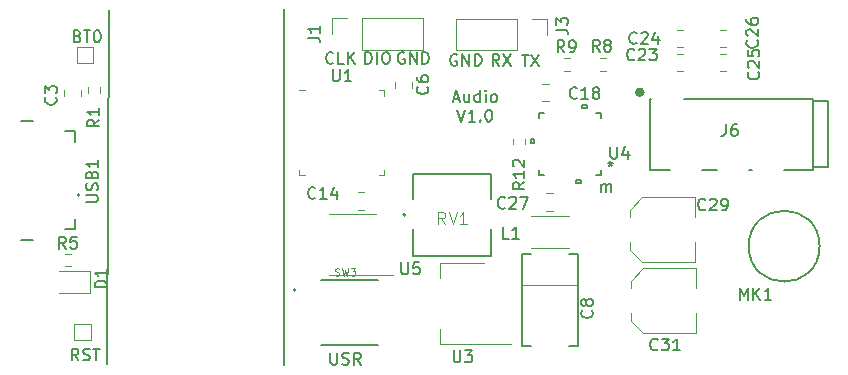
<source format=gbr>
%TF.GenerationSoftware,KiCad,Pcbnew,(5.1.9)-1*%
%TF.CreationDate,2021-04-11T16:36:30+08:00*%
%TF.ProjectId,st_usbAudioV1_demo,73745f75-7362-4417-9564-696f56315f64,rev?*%
%TF.SameCoordinates,Original*%
%TF.FileFunction,Legend,Top*%
%TF.FilePolarity,Positive*%
%FSLAX46Y46*%
G04 Gerber Fmt 4.6, Leading zero omitted, Abs format (unit mm)*
G04 Created by KiCad (PCBNEW (5.1.9)-1) date 2021-04-11 16:36:30*
%MOMM*%
%LPD*%
G01*
G04 APERTURE LIST*
%ADD10C,0.150000*%
%ADD11C,0.120000*%
%ADD12C,0.152400*%
%ADD13C,0.200000*%
%ADD14C,0.127000*%
%ADD15C,0.400000*%
%ADD16C,0.015000*%
G04 APERTURE END LIST*
D10*
X155566666Y-66491666D02*
X156042857Y-66491666D01*
X155471428Y-66777380D02*
X155804761Y-65777380D01*
X156138095Y-66777380D01*
X156900000Y-66110714D02*
X156900000Y-66777380D01*
X156471428Y-66110714D02*
X156471428Y-66634523D01*
X156519047Y-66729761D01*
X156614285Y-66777380D01*
X156757142Y-66777380D01*
X156852380Y-66729761D01*
X156900000Y-66682142D01*
X157804761Y-66777380D02*
X157804761Y-65777380D01*
X157804761Y-66729761D02*
X157709523Y-66777380D01*
X157519047Y-66777380D01*
X157423809Y-66729761D01*
X157376190Y-66682142D01*
X157328571Y-66586904D01*
X157328571Y-66301190D01*
X157376190Y-66205952D01*
X157423809Y-66158333D01*
X157519047Y-66110714D01*
X157709523Y-66110714D01*
X157804761Y-66158333D01*
X158280952Y-66777380D02*
X158280952Y-66110714D01*
X158280952Y-65777380D02*
X158233333Y-65825000D01*
X158280952Y-65872619D01*
X158328571Y-65825000D01*
X158280952Y-65777380D01*
X158280952Y-65872619D01*
X158900000Y-66777380D02*
X158804761Y-66729761D01*
X158757142Y-66682142D01*
X158709523Y-66586904D01*
X158709523Y-66301190D01*
X158757142Y-66205952D01*
X158804761Y-66158333D01*
X158900000Y-66110714D01*
X159042857Y-66110714D01*
X159138095Y-66158333D01*
X159185714Y-66205952D01*
X159233333Y-66301190D01*
X159233333Y-66586904D01*
X159185714Y-66682142D01*
X159138095Y-66729761D01*
X159042857Y-66777380D01*
X158900000Y-66777380D01*
X155876190Y-67427380D02*
X156209523Y-68427380D01*
X156542857Y-67427380D01*
X157400000Y-68427380D02*
X156828571Y-68427380D01*
X157114285Y-68427380D02*
X157114285Y-67427380D01*
X157019047Y-67570238D01*
X156923809Y-67665476D01*
X156828571Y-67713095D01*
X157828571Y-68332142D02*
X157876190Y-68379761D01*
X157828571Y-68427380D01*
X157780952Y-68379761D01*
X157828571Y-68332142D01*
X157828571Y-68427380D01*
X158495238Y-67427380D02*
X158590476Y-67427380D01*
X158685714Y-67475000D01*
X158733333Y-67522619D01*
X158780952Y-67617857D01*
X158828571Y-67808333D01*
X158828571Y-68046428D01*
X158780952Y-68236904D01*
X158733333Y-68332142D01*
X158685714Y-68379761D01*
X158590476Y-68427380D01*
X158495238Y-68427380D01*
X158400000Y-68379761D01*
X158352380Y-68332142D01*
X158304761Y-68236904D01*
X158257142Y-68046428D01*
X158257142Y-67808333D01*
X158304761Y-67617857D01*
X158352380Y-67522619D01*
X158400000Y-67475000D01*
X158495238Y-67427380D01*
X145138095Y-88002380D02*
X145138095Y-88811904D01*
X145185714Y-88907142D01*
X145233333Y-88954761D01*
X145328571Y-89002380D01*
X145519047Y-89002380D01*
X145614285Y-88954761D01*
X145661904Y-88907142D01*
X145709523Y-88811904D01*
X145709523Y-88002380D01*
X146138095Y-88954761D02*
X146280952Y-89002380D01*
X146519047Y-89002380D01*
X146614285Y-88954761D01*
X146661904Y-88907142D01*
X146709523Y-88811904D01*
X146709523Y-88716666D01*
X146661904Y-88621428D01*
X146614285Y-88573809D01*
X146519047Y-88526190D01*
X146328571Y-88478571D01*
X146233333Y-88430952D01*
X146185714Y-88383333D01*
X146138095Y-88288095D01*
X146138095Y-88192857D01*
X146185714Y-88097619D01*
X146233333Y-88050000D01*
X146328571Y-88002380D01*
X146566666Y-88002380D01*
X146709523Y-88050000D01*
X147709523Y-89002380D02*
X147376190Y-88526190D01*
X147138095Y-89002380D02*
X147138095Y-88002380D01*
X147519047Y-88002380D01*
X147614285Y-88050000D01*
X147661904Y-88097619D01*
X147709523Y-88192857D01*
X147709523Y-88335714D01*
X147661904Y-88430952D01*
X147614285Y-88478571D01*
X147519047Y-88526190D01*
X147138095Y-88526190D01*
X161338095Y-62752380D02*
X161909523Y-62752380D01*
X161623809Y-63752380D02*
X161623809Y-62752380D01*
X162147619Y-62752380D02*
X162814285Y-63752380D01*
X162814285Y-62752380D02*
X162147619Y-63752380D01*
X159433333Y-63702380D02*
X159100000Y-63226190D01*
X158861904Y-63702380D02*
X158861904Y-62702380D01*
X159242857Y-62702380D01*
X159338095Y-62750000D01*
X159385714Y-62797619D01*
X159433333Y-62892857D01*
X159433333Y-63035714D01*
X159385714Y-63130952D01*
X159338095Y-63178571D01*
X159242857Y-63226190D01*
X158861904Y-63226190D01*
X159766666Y-62702380D02*
X160433333Y-63702380D01*
X160433333Y-62702380D02*
X159766666Y-63702380D01*
X155838095Y-62750000D02*
X155742857Y-62702380D01*
X155600000Y-62702380D01*
X155457142Y-62750000D01*
X155361904Y-62845238D01*
X155314285Y-62940476D01*
X155266666Y-63130952D01*
X155266666Y-63273809D01*
X155314285Y-63464285D01*
X155361904Y-63559523D01*
X155457142Y-63654761D01*
X155600000Y-63702380D01*
X155695238Y-63702380D01*
X155838095Y-63654761D01*
X155885714Y-63607142D01*
X155885714Y-63273809D01*
X155695238Y-63273809D01*
X156314285Y-63702380D02*
X156314285Y-62702380D01*
X156885714Y-63702380D01*
X156885714Y-62702380D01*
X157361904Y-63702380D02*
X157361904Y-62702380D01*
X157600000Y-62702380D01*
X157742857Y-62750000D01*
X157838095Y-62845238D01*
X157885714Y-62940476D01*
X157933333Y-63130952D01*
X157933333Y-63273809D01*
X157885714Y-63464285D01*
X157838095Y-63559523D01*
X157742857Y-63654761D01*
X157600000Y-63702380D01*
X157361904Y-63702380D01*
X151388095Y-62600000D02*
X151292857Y-62552380D01*
X151150000Y-62552380D01*
X151007142Y-62600000D01*
X150911904Y-62695238D01*
X150864285Y-62790476D01*
X150816666Y-62980952D01*
X150816666Y-63123809D01*
X150864285Y-63314285D01*
X150911904Y-63409523D01*
X151007142Y-63504761D01*
X151150000Y-63552380D01*
X151245238Y-63552380D01*
X151388095Y-63504761D01*
X151435714Y-63457142D01*
X151435714Y-63123809D01*
X151245238Y-63123809D01*
X151864285Y-63552380D02*
X151864285Y-62552380D01*
X152435714Y-63552380D01*
X152435714Y-62552380D01*
X152911904Y-63552380D02*
X152911904Y-62552380D01*
X153150000Y-62552380D01*
X153292857Y-62600000D01*
X153388095Y-62695238D01*
X153435714Y-62790476D01*
X153483333Y-62980952D01*
X153483333Y-63123809D01*
X153435714Y-63314285D01*
X153388095Y-63409523D01*
X153292857Y-63504761D01*
X153150000Y-63552380D01*
X152911904Y-63552380D01*
X148076190Y-63552380D02*
X148076190Y-62552380D01*
X148314285Y-62552380D01*
X148457142Y-62600000D01*
X148552380Y-62695238D01*
X148600000Y-62790476D01*
X148647619Y-62980952D01*
X148647619Y-63123809D01*
X148600000Y-63314285D01*
X148552380Y-63409523D01*
X148457142Y-63504761D01*
X148314285Y-63552380D01*
X148076190Y-63552380D01*
X149076190Y-63552380D02*
X149076190Y-62552380D01*
X149742857Y-62552380D02*
X149933333Y-62552380D01*
X150028571Y-62600000D01*
X150123809Y-62695238D01*
X150171428Y-62885714D01*
X150171428Y-63219047D01*
X150123809Y-63409523D01*
X150028571Y-63504761D01*
X149933333Y-63552380D01*
X149742857Y-63552380D01*
X149647619Y-63504761D01*
X149552380Y-63409523D01*
X149504761Y-63219047D01*
X149504761Y-62885714D01*
X149552380Y-62695238D01*
X149647619Y-62600000D01*
X149742857Y-62552380D01*
X145379761Y-63457142D02*
X145332142Y-63504761D01*
X145189285Y-63552380D01*
X145094047Y-63552380D01*
X144951190Y-63504761D01*
X144855952Y-63409523D01*
X144808333Y-63314285D01*
X144760714Y-63123809D01*
X144760714Y-62980952D01*
X144808333Y-62790476D01*
X144855952Y-62695238D01*
X144951190Y-62600000D01*
X145094047Y-62552380D01*
X145189285Y-62552380D01*
X145332142Y-62600000D01*
X145379761Y-62647619D01*
X146284523Y-63552380D02*
X145808333Y-63552380D01*
X145808333Y-62552380D01*
X146617857Y-63552380D02*
X146617857Y-62552380D01*
X147189285Y-63552380D02*
X146760714Y-62980952D01*
X147189285Y-62552380D02*
X146617857Y-63123809D01*
X141200000Y-58925000D02*
X141175000Y-89050000D01*
X126175000Y-88950000D02*
X126350000Y-59000000D01*
D11*
%TO.C,J1*%
X147830000Y-62330000D02*
X147830000Y-59670000D01*
X147830000Y-62330000D02*
X152970000Y-62330000D01*
X152970000Y-62330000D02*
X152970000Y-59670000D01*
X147830000Y-59670000D02*
X152970000Y-59670000D01*
X145230000Y-59670000D02*
X146560000Y-59670000D01*
X145230000Y-61000000D02*
X145230000Y-59670000D01*
%TO.C,RST*%
X123450000Y-85550000D02*
X124850000Y-85550000D01*
X124850000Y-85550000D02*
X124850000Y-86950000D01*
X124850000Y-86950000D02*
X123450000Y-86950000D01*
X123450000Y-86950000D02*
X123450000Y-85550000D01*
%TO.C,BT0*%
X123650000Y-62100000D02*
X125050000Y-62100000D01*
X125050000Y-62100000D02*
X125050000Y-63500000D01*
X125050000Y-63500000D02*
X123650000Y-63500000D01*
X123650000Y-63500000D02*
X123650000Y-62100000D01*
%TO.C,L1*%
X162100000Y-76440000D02*
X165300000Y-76440000D01*
X165300000Y-79160000D02*
X162100000Y-79160000D01*
D12*
%TO.C,C8*%
X165298221Y-87423500D02*
X166074900Y-87423500D01*
X162101779Y-79676500D02*
X161325100Y-79676500D01*
X166074900Y-79676500D02*
X165298221Y-79676500D01*
X166074900Y-87423500D02*
X166074900Y-79676500D01*
X161325100Y-87423500D02*
X162101779Y-87423500D01*
X161325100Y-79676500D02*
X161325100Y-87423500D01*
D11*
X161414000Y-82254600D02*
X165960600Y-82280000D01*
D13*
%TO.C,USB1*%
X123904200Y-74640000D02*
G75*
G03*
X123904200Y-74640000I-100000J0D01*
G01*
D14*
X119932000Y-78440000D02*
X118932000Y-78440000D01*
X119932000Y-68360000D02*
X118932000Y-68360000D01*
X123496000Y-77554000D02*
X122682000Y-77554000D01*
X123496000Y-76650000D02*
X123496000Y-77554000D01*
X123496000Y-69246000D02*
X123496000Y-70150000D01*
X122682000Y-69246000D02*
X123496000Y-69246000D01*
D13*
%TO.C,SW3*%
X142200000Y-82700000D02*
G75*
G03*
X142200000Y-82700000I-100000J0D01*
G01*
D14*
X149200000Y-81880000D02*
X144300000Y-81880000D01*
X149200000Y-87320000D02*
X144300000Y-87320000D01*
D11*
%TO.C,U5*%
X147000000Y-76280000D02*
X145050000Y-76280000D01*
X147000000Y-76280000D02*
X148950000Y-76280000D01*
X147000000Y-81400000D02*
X145050000Y-81400000D01*
X147000000Y-81400000D02*
X150450000Y-81400000D01*
D12*
%TO.C,U4*%
X165959501Y-73355899D02*
X166340501Y-73355899D01*
X165959501Y-73609899D02*
X165959501Y-73355899D01*
X166340501Y-73609899D02*
X165959501Y-73609899D01*
X166340501Y-73355899D02*
X166340501Y-73609899D01*
X162344101Y-70240501D02*
X162090101Y-70240501D01*
X162344101Y-69859500D02*
X162344101Y-70240501D01*
X162090101Y-69859500D02*
X162344101Y-69859500D01*
X162090101Y-70240501D02*
X162090101Y-69859500D01*
X166459500Y-67244101D02*
X166840500Y-67244101D01*
X166459500Y-66990101D02*
X166459500Y-67244101D01*
X166840500Y-66990101D02*
X166459500Y-66990101D01*
X166840500Y-67244101D02*
X166840500Y-66990101D01*
X167610139Y-72928900D02*
X168028900Y-72928900D01*
X162771100Y-72510139D02*
X162771100Y-72928900D01*
X163189861Y-67671100D02*
X162771100Y-67671100D01*
X168028900Y-68089861D02*
X168028900Y-67671100D01*
X168028900Y-72928900D02*
X168028900Y-72510139D01*
X162771100Y-72928900D02*
X163189861Y-72928900D01*
X162771100Y-67671100D02*
X162771100Y-68089861D01*
X168028900Y-67671100D02*
X167610139Y-67671100D01*
D11*
%TO.C,U3*%
X154415000Y-80440000D02*
X154415000Y-81700000D01*
X154415000Y-87260000D02*
X154415000Y-86000000D01*
X158175000Y-80440000D02*
X154415000Y-80440000D01*
X160425000Y-87260000D02*
X154415000Y-87260000D01*
%TO.C,U1*%
X149229000Y-65770000D02*
X149704000Y-65770000D01*
X149704000Y-65770000D02*
X149704000Y-66245000D01*
X142959000Y-72990000D02*
X142484000Y-72990000D01*
X142484000Y-72990000D02*
X142484000Y-72515000D01*
X149229000Y-72990000D02*
X149704000Y-72990000D01*
X149704000Y-72990000D02*
X149704000Y-72515000D01*
X142959000Y-65770000D02*
X142484000Y-65770000D01*
D13*
%TO.C,RV1*%
X151486000Y-76300000D02*
G75*
G03*
X151486000Y-76300000I-100000J0D01*
G01*
D14*
X158750000Y-79830000D02*
X152150000Y-79830000D01*
X158750000Y-77535000D02*
X158750000Y-79820000D01*
X158750000Y-72830000D02*
X158750000Y-74995000D01*
X152150000Y-72830000D02*
X158750000Y-72830000D01*
X152150000Y-74995000D02*
X152150000Y-72830000D01*
X152150000Y-79820000D02*
X152150000Y-77535000D01*
D11*
%TO.C,R12*%
X161622500Y-69862742D02*
X161622500Y-70337258D01*
X160577500Y-69862742D02*
X160577500Y-70337258D01*
%TO.C,R9*%
X165412258Y-64122500D02*
X164937742Y-64122500D01*
X165412258Y-63077500D02*
X164937742Y-63077500D01*
%TO.C,R8*%
X167962742Y-63077500D02*
X168437258Y-63077500D01*
X167962742Y-64122500D02*
X168437258Y-64122500D01*
%TO.C,R5*%
X122662742Y-79627500D02*
X123137258Y-79627500D01*
X122662742Y-80672500D02*
X123137258Y-80672500D01*
%TO.C,R1*%
X125622500Y-65537742D02*
X125622500Y-66012258D01*
X124577500Y-65537742D02*
X124577500Y-66012258D01*
D14*
%TO.C,MK1*%
X186550000Y-78975000D02*
G75*
G03*
X186550000Y-78975000I-3000000J0D01*
G01*
%TO.C,J6*%
X186025000Y-66500000D02*
X186025000Y-66700000D01*
X175075000Y-66500000D02*
X186025000Y-66500000D01*
X172225000Y-66500000D02*
X172275000Y-66500000D01*
X172225000Y-72500000D02*
X172225000Y-66500000D01*
X173925000Y-72500000D02*
X172225000Y-72500000D01*
X177825000Y-72500000D02*
X176625000Y-72500000D01*
X180825000Y-72500000D02*
X180575000Y-72500000D01*
X186025000Y-72500000D02*
X183575000Y-72500000D01*
X186025000Y-66700000D02*
X186025000Y-72500000D01*
X187225000Y-66700000D02*
X186025000Y-66700000D01*
X187225000Y-72300000D02*
X187225000Y-66700000D01*
X186025000Y-72300000D02*
X187225000Y-72300000D01*
D15*
X171525000Y-65950000D02*
G75*
G03*
X171525000Y-65950000I-200000J0D01*
G01*
D11*
%TO.C,J3*%
X155748000Y-59730000D02*
X155748000Y-62390000D01*
X160888000Y-59730000D02*
X155748000Y-59730000D01*
X160888000Y-62390000D02*
X155748000Y-62390000D01*
X160888000Y-59730000D02*
X160888000Y-62390000D01*
X162158000Y-59730000D02*
X163488000Y-59730000D01*
X163488000Y-59730000D02*
X163488000Y-61060000D01*
%TO.C,D1*%
X122112500Y-82960000D02*
X124797500Y-82960000D01*
X124797500Y-82960000D02*
X124797500Y-81040000D01*
X124797500Y-81040000D02*
X122112500Y-81040000D01*
%TO.C,C31*%
X176060000Y-86360000D02*
X176060000Y-84660000D01*
X176060000Y-80840000D02*
X176060000Y-82540000D01*
X171604437Y-80840000D02*
X176060000Y-80840000D01*
X171604437Y-86360000D02*
X176060000Y-86360000D01*
X170540000Y-85295563D02*
X170540000Y-84660000D01*
X170540000Y-81904437D02*
X170540000Y-82540000D01*
X170540000Y-81904437D02*
X171604437Y-80840000D01*
X170540000Y-85295563D02*
X171604437Y-86360000D01*
%TO.C,C29*%
X176010000Y-80335000D02*
X176010000Y-78635000D01*
X176010000Y-74815000D02*
X176010000Y-76515000D01*
X171554437Y-74815000D02*
X176010000Y-74815000D01*
X171554437Y-80335000D02*
X176010000Y-80335000D01*
X170490000Y-79270563D02*
X170490000Y-78635000D01*
X170490000Y-75879437D02*
X170490000Y-76515000D01*
X170490000Y-75879437D02*
X171554437Y-74815000D01*
X170490000Y-79270563D02*
X171554437Y-80335000D01*
%TO.C,C27*%
X163936252Y-75985000D02*
X163413748Y-75985000D01*
X163936252Y-74515000D02*
X163413748Y-74515000D01*
%TO.C,C26*%
X178138748Y-60665000D02*
X178661252Y-60665000D01*
X178138748Y-62135000D02*
X178661252Y-62135000D01*
%TO.C,C25*%
X178138748Y-62665000D02*
X178661252Y-62665000D01*
X178138748Y-64135000D02*
X178661252Y-64135000D01*
%TO.C,C24*%
X174438748Y-60665000D02*
X174961252Y-60665000D01*
X174438748Y-62135000D02*
X174961252Y-62135000D01*
%TO.C,C23*%
X174438748Y-62665000D02*
X174961252Y-62665000D01*
X174438748Y-64135000D02*
X174961252Y-64135000D01*
%TO.C,C18*%
X163088748Y-65215000D02*
X163611252Y-65215000D01*
X163088748Y-66685000D02*
X163611252Y-66685000D01*
%TO.C,C14*%
X147438748Y-74415000D02*
X147961252Y-74415000D01*
X147438748Y-75885000D02*
X147961252Y-75885000D01*
%TO.C,C6*%
X152035000Y-65038748D02*
X152035000Y-65561252D01*
X150565000Y-65038748D02*
X150565000Y-65561252D01*
%TO.C,C3*%
X122565000Y-66261252D02*
X122565000Y-65738748D01*
X124035000Y-66261252D02*
X124035000Y-65738748D01*
%TO.C,J1*%
D10*
X143242380Y-61333333D02*
X143956666Y-61333333D01*
X144099523Y-61380952D01*
X144194761Y-61476190D01*
X144242380Y-61619047D01*
X144242380Y-61714285D01*
X144242380Y-60333333D02*
X144242380Y-60904761D01*
X144242380Y-60619047D02*
X143242380Y-60619047D01*
X143385238Y-60714285D01*
X143480476Y-60809523D01*
X143528095Y-60904761D01*
%TO.C,RST*%
X123802380Y-88652380D02*
X123469047Y-88176190D01*
X123230952Y-88652380D02*
X123230952Y-87652380D01*
X123611904Y-87652380D01*
X123707142Y-87700000D01*
X123754761Y-87747619D01*
X123802380Y-87842857D01*
X123802380Y-87985714D01*
X123754761Y-88080952D01*
X123707142Y-88128571D01*
X123611904Y-88176190D01*
X123230952Y-88176190D01*
X124183333Y-88604761D02*
X124326190Y-88652380D01*
X124564285Y-88652380D01*
X124659523Y-88604761D01*
X124707142Y-88557142D01*
X124754761Y-88461904D01*
X124754761Y-88366666D01*
X124707142Y-88271428D01*
X124659523Y-88223809D01*
X124564285Y-88176190D01*
X124373809Y-88128571D01*
X124278571Y-88080952D01*
X124230952Y-88033333D01*
X124183333Y-87938095D01*
X124183333Y-87842857D01*
X124230952Y-87747619D01*
X124278571Y-87700000D01*
X124373809Y-87652380D01*
X124611904Y-87652380D01*
X124754761Y-87700000D01*
X125040476Y-87652380D02*
X125611904Y-87652380D01*
X125326190Y-88652380D02*
X125326190Y-87652380D01*
%TO.C,BT0*%
X123714285Y-61178571D02*
X123857142Y-61226190D01*
X123904761Y-61273809D01*
X123952380Y-61369047D01*
X123952380Y-61511904D01*
X123904761Y-61607142D01*
X123857142Y-61654761D01*
X123761904Y-61702380D01*
X123380952Y-61702380D01*
X123380952Y-60702380D01*
X123714285Y-60702380D01*
X123809523Y-60750000D01*
X123857142Y-60797619D01*
X123904761Y-60892857D01*
X123904761Y-60988095D01*
X123857142Y-61083333D01*
X123809523Y-61130952D01*
X123714285Y-61178571D01*
X123380952Y-61178571D01*
X124238095Y-60702380D02*
X124809523Y-60702380D01*
X124523809Y-61702380D02*
X124523809Y-60702380D01*
X125333333Y-60702380D02*
X125428571Y-60702380D01*
X125523809Y-60750000D01*
X125571428Y-60797619D01*
X125619047Y-60892857D01*
X125666666Y-61083333D01*
X125666666Y-61321428D01*
X125619047Y-61511904D01*
X125571428Y-61607142D01*
X125523809Y-61654761D01*
X125428571Y-61702380D01*
X125333333Y-61702380D01*
X125238095Y-61654761D01*
X125190476Y-61607142D01*
X125142857Y-61511904D01*
X125095238Y-61321428D01*
X125095238Y-61083333D01*
X125142857Y-60892857D01*
X125190476Y-60797619D01*
X125238095Y-60750000D01*
X125333333Y-60702380D01*
%TO.C,L1*%
X160233333Y-78352380D02*
X159757142Y-78352380D01*
X159757142Y-77352380D01*
X161090476Y-78352380D02*
X160519047Y-78352380D01*
X160804761Y-78352380D02*
X160804761Y-77352380D01*
X160709523Y-77495238D01*
X160614285Y-77590476D01*
X160519047Y-77638095D01*
%TO.C,C8*%
X167257142Y-84416666D02*
X167304761Y-84464285D01*
X167352380Y-84607142D01*
X167352380Y-84702380D01*
X167304761Y-84845238D01*
X167209523Y-84940476D01*
X167114285Y-84988095D01*
X166923809Y-85035714D01*
X166780952Y-85035714D01*
X166590476Y-84988095D01*
X166495238Y-84940476D01*
X166400000Y-84845238D01*
X166352380Y-84702380D01*
X166352380Y-84607142D01*
X166400000Y-84464285D01*
X166447619Y-84416666D01*
X166780952Y-83845238D02*
X166733333Y-83940476D01*
X166685714Y-83988095D01*
X166590476Y-84035714D01*
X166542857Y-84035714D01*
X166447619Y-83988095D01*
X166400000Y-83940476D01*
X166352380Y-83845238D01*
X166352380Y-83654761D01*
X166400000Y-83559523D01*
X166447619Y-83511904D01*
X166542857Y-83464285D01*
X166590476Y-83464285D01*
X166685714Y-83511904D01*
X166733333Y-83559523D01*
X166780952Y-83654761D01*
X166780952Y-83845238D01*
X166828571Y-83940476D01*
X166876190Y-83988095D01*
X166971428Y-84035714D01*
X167161904Y-84035714D01*
X167257142Y-83988095D01*
X167304761Y-83940476D01*
X167352380Y-83845238D01*
X167352380Y-83654761D01*
X167304761Y-83559523D01*
X167257142Y-83511904D01*
X167161904Y-83464285D01*
X166971428Y-83464285D01*
X166876190Y-83511904D01*
X166828571Y-83559523D01*
X166780952Y-83654761D01*
%TO.C,USB1*%
X124452380Y-75238095D02*
X125261904Y-75238095D01*
X125357142Y-75190476D01*
X125404761Y-75142857D01*
X125452380Y-75047619D01*
X125452380Y-74857142D01*
X125404761Y-74761904D01*
X125357142Y-74714285D01*
X125261904Y-74666666D01*
X124452380Y-74666666D01*
X125404761Y-74238095D02*
X125452380Y-74095238D01*
X125452380Y-73857142D01*
X125404761Y-73761904D01*
X125357142Y-73714285D01*
X125261904Y-73666666D01*
X125166666Y-73666666D01*
X125071428Y-73714285D01*
X125023809Y-73761904D01*
X124976190Y-73857142D01*
X124928571Y-74047619D01*
X124880952Y-74142857D01*
X124833333Y-74190476D01*
X124738095Y-74238095D01*
X124642857Y-74238095D01*
X124547619Y-74190476D01*
X124500000Y-74142857D01*
X124452380Y-74047619D01*
X124452380Y-73809523D01*
X124500000Y-73666666D01*
X124928571Y-72904761D02*
X124976190Y-72761904D01*
X125023809Y-72714285D01*
X125119047Y-72666666D01*
X125261904Y-72666666D01*
X125357142Y-72714285D01*
X125404761Y-72761904D01*
X125452380Y-72857142D01*
X125452380Y-73238095D01*
X124452380Y-73238095D01*
X124452380Y-72904761D01*
X124500000Y-72809523D01*
X124547619Y-72761904D01*
X124642857Y-72714285D01*
X124738095Y-72714285D01*
X124833333Y-72761904D01*
X124880952Y-72809523D01*
X124928571Y-72904761D01*
X124928571Y-73238095D01*
X125452380Y-71714285D02*
X125452380Y-72285714D01*
X125452380Y-72000000D02*
X124452380Y-72000000D01*
X124595238Y-72095238D01*
X124690476Y-72190476D01*
X124738095Y-72285714D01*
%TO.C,SW3*%
D16*
X145528666Y-81452647D02*
X145620095Y-81483123D01*
X145772476Y-81483123D01*
X145833428Y-81452647D01*
X145863904Y-81422171D01*
X145894380Y-81361219D01*
X145894380Y-81300266D01*
X145863904Y-81239314D01*
X145833428Y-81208838D01*
X145772476Y-81178361D01*
X145650571Y-81147885D01*
X145589619Y-81117409D01*
X145559142Y-81086933D01*
X145528666Y-81025980D01*
X145528666Y-80965028D01*
X145559142Y-80904076D01*
X145589619Y-80873600D01*
X145650571Y-80843123D01*
X145802952Y-80843123D01*
X145894380Y-80873600D01*
X146107714Y-80843123D02*
X146260095Y-81483123D01*
X146382000Y-81025980D01*
X146503904Y-81483123D01*
X146656285Y-80843123D01*
X146839142Y-80843123D02*
X147235333Y-80843123D01*
X147022000Y-81086933D01*
X147113428Y-81086933D01*
X147174380Y-81117409D01*
X147204857Y-81147885D01*
X147235333Y-81208838D01*
X147235333Y-81361219D01*
X147204857Y-81422171D01*
X147174380Y-81452647D01*
X147113428Y-81483123D01*
X146930571Y-81483123D01*
X146869619Y-81452647D01*
X146839142Y-81422171D01*
%TO.C,U5*%
D10*
X151138095Y-80352380D02*
X151138095Y-81161904D01*
X151185714Y-81257142D01*
X151233333Y-81304761D01*
X151328571Y-81352380D01*
X151519047Y-81352380D01*
X151614285Y-81304761D01*
X151661904Y-81257142D01*
X151709523Y-81161904D01*
X151709523Y-80352380D01*
X152661904Y-80352380D02*
X152185714Y-80352380D01*
X152138095Y-80828571D01*
X152185714Y-80780952D01*
X152280952Y-80733333D01*
X152519047Y-80733333D01*
X152614285Y-80780952D01*
X152661904Y-80828571D01*
X152709523Y-80923809D01*
X152709523Y-81161904D01*
X152661904Y-81257142D01*
X152614285Y-81304761D01*
X152519047Y-81352380D01*
X152280952Y-81352380D01*
X152185714Y-81304761D01*
X152138095Y-81257142D01*
%TO.C,U4*%
X168838095Y-70552380D02*
X168838095Y-71361904D01*
X168885714Y-71457142D01*
X168933333Y-71504761D01*
X169028571Y-71552380D01*
X169219047Y-71552380D01*
X169314285Y-71504761D01*
X169361904Y-71457142D01*
X169409523Y-71361904D01*
X169409523Y-70552380D01*
X170314285Y-70885714D02*
X170314285Y-71552380D01*
X170076190Y-70504761D02*
X169838095Y-71219047D01*
X170457142Y-71219047D01*
X168071428Y-74402380D02*
X168071428Y-73735714D01*
X168071428Y-73830952D02*
X168119047Y-73783333D01*
X168214285Y-73735714D01*
X168357142Y-73735714D01*
X168452380Y-73783333D01*
X168500000Y-73878571D01*
X168500000Y-74402380D01*
X168500000Y-73878571D02*
X168547619Y-73783333D01*
X168642857Y-73735714D01*
X168785714Y-73735714D01*
X168880952Y-73783333D01*
X168928571Y-73878571D01*
X168928571Y-74402380D01*
X168836900Y-71752380D02*
X168836900Y-71990476D01*
X168598804Y-71895238D02*
X168836900Y-71990476D01*
X169074995Y-71895238D01*
X168694042Y-72180952D02*
X168836900Y-71990476D01*
X168979757Y-72180952D01*
X168836900Y-71752380D02*
X168836900Y-71990476D01*
X168598804Y-71895238D02*
X168836900Y-71990476D01*
X169074995Y-71895238D01*
X168694042Y-72180952D02*
X168836900Y-71990476D01*
X168979757Y-72180952D01*
%TO.C,U3*%
X155563095Y-87802380D02*
X155563095Y-88611904D01*
X155610714Y-88707142D01*
X155658333Y-88754761D01*
X155753571Y-88802380D01*
X155944047Y-88802380D01*
X156039285Y-88754761D01*
X156086904Y-88707142D01*
X156134523Y-88611904D01*
X156134523Y-87802380D01*
X156515476Y-87802380D02*
X157134523Y-87802380D01*
X156801190Y-88183333D01*
X156944047Y-88183333D01*
X157039285Y-88230952D01*
X157086904Y-88278571D01*
X157134523Y-88373809D01*
X157134523Y-88611904D01*
X157086904Y-88707142D01*
X157039285Y-88754761D01*
X156944047Y-88802380D01*
X156658333Y-88802380D01*
X156563095Y-88754761D01*
X156515476Y-88707142D01*
%TO.C,U1*%
X145332095Y-64012380D02*
X145332095Y-64821904D01*
X145379714Y-64917142D01*
X145427333Y-64964761D01*
X145522571Y-65012380D01*
X145713047Y-65012380D01*
X145808285Y-64964761D01*
X145855904Y-64917142D01*
X145903523Y-64821904D01*
X145903523Y-64012380D01*
X146903523Y-65012380D02*
X146332095Y-65012380D01*
X146617809Y-65012380D02*
X146617809Y-64012380D01*
X146522571Y-64155238D01*
X146427333Y-64250476D01*
X146332095Y-64298095D01*
%TO.C,RV1*%
D16*
X154853121Y-77103627D02*
X154518869Y-76626124D01*
X154280118Y-77103627D02*
X154280118Y-76100871D01*
X154662120Y-76100871D01*
X154757620Y-76148622D01*
X154805371Y-76196372D01*
X154853121Y-76291872D01*
X154853121Y-76435123D01*
X154805371Y-76530624D01*
X154757620Y-76578374D01*
X154662120Y-76626124D01*
X154280118Y-76626124D01*
X155139623Y-76100871D02*
X155473875Y-77103627D01*
X155808127Y-76100871D01*
X156667632Y-77103627D02*
X156094628Y-77103627D01*
X156381130Y-77103627D02*
X156381130Y-76100871D01*
X156285630Y-76244122D01*
X156190129Y-76339623D01*
X156094628Y-76387373D01*
%TO.C,R12*%
D10*
X161552380Y-73542857D02*
X161076190Y-73876190D01*
X161552380Y-74114285D02*
X160552380Y-74114285D01*
X160552380Y-73733333D01*
X160600000Y-73638095D01*
X160647619Y-73590476D01*
X160742857Y-73542857D01*
X160885714Y-73542857D01*
X160980952Y-73590476D01*
X161028571Y-73638095D01*
X161076190Y-73733333D01*
X161076190Y-74114285D01*
X161552380Y-72590476D02*
X161552380Y-73161904D01*
X161552380Y-72876190D02*
X160552380Y-72876190D01*
X160695238Y-72971428D01*
X160790476Y-73066666D01*
X160838095Y-73161904D01*
X160647619Y-72209523D02*
X160600000Y-72161904D01*
X160552380Y-72066666D01*
X160552380Y-71828571D01*
X160600000Y-71733333D01*
X160647619Y-71685714D01*
X160742857Y-71638095D01*
X160838095Y-71638095D01*
X160980952Y-71685714D01*
X161552380Y-72257142D01*
X161552380Y-71638095D01*
%TO.C,R9*%
X164933333Y-62552380D02*
X164600000Y-62076190D01*
X164361904Y-62552380D02*
X164361904Y-61552380D01*
X164742857Y-61552380D01*
X164838095Y-61600000D01*
X164885714Y-61647619D01*
X164933333Y-61742857D01*
X164933333Y-61885714D01*
X164885714Y-61980952D01*
X164838095Y-62028571D01*
X164742857Y-62076190D01*
X164361904Y-62076190D01*
X165409523Y-62552380D02*
X165600000Y-62552380D01*
X165695238Y-62504761D01*
X165742857Y-62457142D01*
X165838095Y-62314285D01*
X165885714Y-62123809D01*
X165885714Y-61742857D01*
X165838095Y-61647619D01*
X165790476Y-61600000D01*
X165695238Y-61552380D01*
X165504761Y-61552380D01*
X165409523Y-61600000D01*
X165361904Y-61647619D01*
X165314285Y-61742857D01*
X165314285Y-61980952D01*
X165361904Y-62076190D01*
X165409523Y-62123809D01*
X165504761Y-62171428D01*
X165695238Y-62171428D01*
X165790476Y-62123809D01*
X165838095Y-62076190D01*
X165885714Y-61980952D01*
%TO.C,R8*%
X167933333Y-62502380D02*
X167600000Y-62026190D01*
X167361904Y-62502380D02*
X167361904Y-61502380D01*
X167742857Y-61502380D01*
X167838095Y-61550000D01*
X167885714Y-61597619D01*
X167933333Y-61692857D01*
X167933333Y-61835714D01*
X167885714Y-61930952D01*
X167838095Y-61978571D01*
X167742857Y-62026190D01*
X167361904Y-62026190D01*
X168504761Y-61930952D02*
X168409523Y-61883333D01*
X168361904Y-61835714D01*
X168314285Y-61740476D01*
X168314285Y-61692857D01*
X168361904Y-61597619D01*
X168409523Y-61550000D01*
X168504761Y-61502380D01*
X168695238Y-61502380D01*
X168790476Y-61550000D01*
X168838095Y-61597619D01*
X168885714Y-61692857D01*
X168885714Y-61740476D01*
X168838095Y-61835714D01*
X168790476Y-61883333D01*
X168695238Y-61930952D01*
X168504761Y-61930952D01*
X168409523Y-61978571D01*
X168361904Y-62026190D01*
X168314285Y-62121428D01*
X168314285Y-62311904D01*
X168361904Y-62407142D01*
X168409523Y-62454761D01*
X168504761Y-62502380D01*
X168695238Y-62502380D01*
X168790476Y-62454761D01*
X168838095Y-62407142D01*
X168885714Y-62311904D01*
X168885714Y-62121428D01*
X168838095Y-62026190D01*
X168790476Y-61978571D01*
X168695238Y-61930952D01*
%TO.C,R5*%
X122733333Y-79172380D02*
X122400000Y-78696190D01*
X122161904Y-79172380D02*
X122161904Y-78172380D01*
X122542857Y-78172380D01*
X122638095Y-78220000D01*
X122685714Y-78267619D01*
X122733333Y-78362857D01*
X122733333Y-78505714D01*
X122685714Y-78600952D01*
X122638095Y-78648571D01*
X122542857Y-78696190D01*
X122161904Y-78696190D01*
X123638095Y-78172380D02*
X123161904Y-78172380D01*
X123114285Y-78648571D01*
X123161904Y-78600952D01*
X123257142Y-78553333D01*
X123495238Y-78553333D01*
X123590476Y-78600952D01*
X123638095Y-78648571D01*
X123685714Y-78743809D01*
X123685714Y-78981904D01*
X123638095Y-79077142D01*
X123590476Y-79124761D01*
X123495238Y-79172380D01*
X123257142Y-79172380D01*
X123161904Y-79124761D01*
X123114285Y-79077142D01*
%TO.C,R1*%
X125552380Y-68266666D02*
X125076190Y-68600000D01*
X125552380Y-68838095D02*
X124552380Y-68838095D01*
X124552380Y-68457142D01*
X124600000Y-68361904D01*
X124647619Y-68314285D01*
X124742857Y-68266666D01*
X124885714Y-68266666D01*
X124980952Y-68314285D01*
X125028571Y-68361904D01*
X125076190Y-68457142D01*
X125076190Y-68838095D01*
X125552380Y-67314285D02*
X125552380Y-67885714D01*
X125552380Y-67600000D02*
X124552380Y-67600000D01*
X124695238Y-67695238D01*
X124790476Y-67790476D01*
X124838095Y-67885714D01*
%TO.C,MK1*%
X179790476Y-83502380D02*
X179790476Y-82502380D01*
X180123809Y-83216666D01*
X180457142Y-82502380D01*
X180457142Y-83502380D01*
X180933333Y-83502380D02*
X180933333Y-82502380D01*
X181504761Y-83502380D02*
X181076190Y-82930952D01*
X181504761Y-82502380D02*
X180933333Y-83073809D01*
X182457142Y-83502380D02*
X181885714Y-83502380D01*
X182171428Y-83502380D02*
X182171428Y-82502380D01*
X182076190Y-82645238D01*
X181980952Y-82740476D01*
X181885714Y-82788095D01*
%TO.C,J6*%
X178616666Y-68652380D02*
X178616666Y-69366666D01*
X178569047Y-69509523D01*
X178473809Y-69604761D01*
X178330952Y-69652380D01*
X178235714Y-69652380D01*
X179521428Y-68652380D02*
X179330952Y-68652380D01*
X179235714Y-68700000D01*
X179188095Y-68747619D01*
X179092857Y-68890476D01*
X179045238Y-69080952D01*
X179045238Y-69461904D01*
X179092857Y-69557142D01*
X179140476Y-69604761D01*
X179235714Y-69652380D01*
X179426190Y-69652380D01*
X179521428Y-69604761D01*
X179569047Y-69557142D01*
X179616666Y-69461904D01*
X179616666Y-69223809D01*
X179569047Y-69128571D01*
X179521428Y-69080952D01*
X179426190Y-69033333D01*
X179235714Y-69033333D01*
X179140476Y-69080952D01*
X179092857Y-69128571D01*
X179045238Y-69223809D01*
%TO.C,J3*%
X164252380Y-60633333D02*
X164966666Y-60633333D01*
X165109523Y-60680952D01*
X165204761Y-60776190D01*
X165252380Y-60919047D01*
X165252380Y-61014285D01*
X164252380Y-60252380D02*
X164252380Y-59633333D01*
X164633333Y-59966666D01*
X164633333Y-59823809D01*
X164680952Y-59728571D01*
X164728571Y-59680952D01*
X164823809Y-59633333D01*
X165061904Y-59633333D01*
X165157142Y-59680952D01*
X165204761Y-59728571D01*
X165252380Y-59823809D01*
X165252380Y-60109523D01*
X165204761Y-60204761D01*
X165157142Y-60252380D01*
%TO.C,D1*%
X126177380Y-82463095D02*
X125177380Y-82463095D01*
X125177380Y-82225000D01*
X125225000Y-82082142D01*
X125320238Y-81986904D01*
X125415476Y-81939285D01*
X125605952Y-81891666D01*
X125748809Y-81891666D01*
X125939285Y-81939285D01*
X126034523Y-81986904D01*
X126129761Y-82082142D01*
X126177380Y-82225000D01*
X126177380Y-82463095D01*
X126177380Y-80939285D02*
X126177380Y-81510714D01*
X126177380Y-81225000D02*
X125177380Y-81225000D01*
X125320238Y-81320238D01*
X125415476Y-81415476D01*
X125463095Y-81510714D01*
%TO.C,C31*%
X172832142Y-87707142D02*
X172784523Y-87754761D01*
X172641666Y-87802380D01*
X172546428Y-87802380D01*
X172403571Y-87754761D01*
X172308333Y-87659523D01*
X172260714Y-87564285D01*
X172213095Y-87373809D01*
X172213095Y-87230952D01*
X172260714Y-87040476D01*
X172308333Y-86945238D01*
X172403571Y-86850000D01*
X172546428Y-86802380D01*
X172641666Y-86802380D01*
X172784523Y-86850000D01*
X172832142Y-86897619D01*
X173165476Y-86802380D02*
X173784523Y-86802380D01*
X173451190Y-87183333D01*
X173594047Y-87183333D01*
X173689285Y-87230952D01*
X173736904Y-87278571D01*
X173784523Y-87373809D01*
X173784523Y-87611904D01*
X173736904Y-87707142D01*
X173689285Y-87754761D01*
X173594047Y-87802380D01*
X173308333Y-87802380D01*
X173213095Y-87754761D01*
X173165476Y-87707142D01*
X174736904Y-87802380D02*
X174165476Y-87802380D01*
X174451190Y-87802380D02*
X174451190Y-86802380D01*
X174355952Y-86945238D01*
X174260714Y-87040476D01*
X174165476Y-87088095D01*
%TO.C,C29*%
X176882142Y-75857142D02*
X176834523Y-75904761D01*
X176691666Y-75952380D01*
X176596428Y-75952380D01*
X176453571Y-75904761D01*
X176358333Y-75809523D01*
X176310714Y-75714285D01*
X176263095Y-75523809D01*
X176263095Y-75380952D01*
X176310714Y-75190476D01*
X176358333Y-75095238D01*
X176453571Y-75000000D01*
X176596428Y-74952380D01*
X176691666Y-74952380D01*
X176834523Y-75000000D01*
X176882142Y-75047619D01*
X177263095Y-75047619D02*
X177310714Y-75000000D01*
X177405952Y-74952380D01*
X177644047Y-74952380D01*
X177739285Y-75000000D01*
X177786904Y-75047619D01*
X177834523Y-75142857D01*
X177834523Y-75238095D01*
X177786904Y-75380952D01*
X177215476Y-75952380D01*
X177834523Y-75952380D01*
X178310714Y-75952380D02*
X178501190Y-75952380D01*
X178596428Y-75904761D01*
X178644047Y-75857142D01*
X178739285Y-75714285D01*
X178786904Y-75523809D01*
X178786904Y-75142857D01*
X178739285Y-75047619D01*
X178691666Y-75000000D01*
X178596428Y-74952380D01*
X178405952Y-74952380D01*
X178310714Y-75000000D01*
X178263095Y-75047619D01*
X178215476Y-75142857D01*
X178215476Y-75380952D01*
X178263095Y-75476190D01*
X178310714Y-75523809D01*
X178405952Y-75571428D01*
X178596428Y-75571428D01*
X178691666Y-75523809D01*
X178739285Y-75476190D01*
X178786904Y-75380952D01*
%TO.C,C27*%
X159907142Y-75707142D02*
X159859523Y-75754761D01*
X159716666Y-75802380D01*
X159621428Y-75802380D01*
X159478571Y-75754761D01*
X159383333Y-75659523D01*
X159335714Y-75564285D01*
X159288095Y-75373809D01*
X159288095Y-75230952D01*
X159335714Y-75040476D01*
X159383333Y-74945238D01*
X159478571Y-74850000D01*
X159621428Y-74802380D01*
X159716666Y-74802380D01*
X159859523Y-74850000D01*
X159907142Y-74897619D01*
X160288095Y-74897619D02*
X160335714Y-74850000D01*
X160430952Y-74802380D01*
X160669047Y-74802380D01*
X160764285Y-74850000D01*
X160811904Y-74897619D01*
X160859523Y-74992857D01*
X160859523Y-75088095D01*
X160811904Y-75230952D01*
X160240476Y-75802380D01*
X160859523Y-75802380D01*
X161192857Y-74802380D02*
X161859523Y-74802380D01*
X161430952Y-75802380D01*
%TO.C,C26*%
X181257142Y-61542857D02*
X181304761Y-61590476D01*
X181352380Y-61733333D01*
X181352380Y-61828571D01*
X181304761Y-61971428D01*
X181209523Y-62066666D01*
X181114285Y-62114285D01*
X180923809Y-62161904D01*
X180780952Y-62161904D01*
X180590476Y-62114285D01*
X180495238Y-62066666D01*
X180400000Y-61971428D01*
X180352380Y-61828571D01*
X180352380Y-61733333D01*
X180400000Y-61590476D01*
X180447619Y-61542857D01*
X180447619Y-61161904D02*
X180400000Y-61114285D01*
X180352380Y-61019047D01*
X180352380Y-60780952D01*
X180400000Y-60685714D01*
X180447619Y-60638095D01*
X180542857Y-60590476D01*
X180638095Y-60590476D01*
X180780952Y-60638095D01*
X181352380Y-61209523D01*
X181352380Y-60590476D01*
X180352380Y-59733333D02*
X180352380Y-59923809D01*
X180400000Y-60019047D01*
X180447619Y-60066666D01*
X180590476Y-60161904D01*
X180780952Y-60209523D01*
X181161904Y-60209523D01*
X181257142Y-60161904D01*
X181304761Y-60114285D01*
X181352380Y-60019047D01*
X181352380Y-59828571D01*
X181304761Y-59733333D01*
X181257142Y-59685714D01*
X181161904Y-59638095D01*
X180923809Y-59638095D01*
X180828571Y-59685714D01*
X180780952Y-59733333D01*
X180733333Y-59828571D01*
X180733333Y-60019047D01*
X180780952Y-60114285D01*
X180828571Y-60161904D01*
X180923809Y-60209523D01*
%TO.C,C25*%
X181357142Y-64242857D02*
X181404761Y-64290476D01*
X181452380Y-64433333D01*
X181452380Y-64528571D01*
X181404761Y-64671428D01*
X181309523Y-64766666D01*
X181214285Y-64814285D01*
X181023809Y-64861904D01*
X180880952Y-64861904D01*
X180690476Y-64814285D01*
X180595238Y-64766666D01*
X180500000Y-64671428D01*
X180452380Y-64528571D01*
X180452380Y-64433333D01*
X180500000Y-64290476D01*
X180547619Y-64242857D01*
X180547619Y-63861904D02*
X180500000Y-63814285D01*
X180452380Y-63719047D01*
X180452380Y-63480952D01*
X180500000Y-63385714D01*
X180547619Y-63338095D01*
X180642857Y-63290476D01*
X180738095Y-63290476D01*
X180880952Y-63338095D01*
X181452380Y-63909523D01*
X181452380Y-63290476D01*
X180452380Y-62385714D02*
X180452380Y-62861904D01*
X180928571Y-62909523D01*
X180880952Y-62861904D01*
X180833333Y-62766666D01*
X180833333Y-62528571D01*
X180880952Y-62433333D01*
X180928571Y-62385714D01*
X181023809Y-62338095D01*
X181261904Y-62338095D01*
X181357142Y-62385714D01*
X181404761Y-62433333D01*
X181452380Y-62528571D01*
X181452380Y-62766666D01*
X181404761Y-62861904D01*
X181357142Y-62909523D01*
%TO.C,C24*%
X171057142Y-61757142D02*
X171009523Y-61804761D01*
X170866666Y-61852380D01*
X170771428Y-61852380D01*
X170628571Y-61804761D01*
X170533333Y-61709523D01*
X170485714Y-61614285D01*
X170438095Y-61423809D01*
X170438095Y-61280952D01*
X170485714Y-61090476D01*
X170533333Y-60995238D01*
X170628571Y-60900000D01*
X170771428Y-60852380D01*
X170866666Y-60852380D01*
X171009523Y-60900000D01*
X171057142Y-60947619D01*
X171438095Y-60947619D02*
X171485714Y-60900000D01*
X171580952Y-60852380D01*
X171819047Y-60852380D01*
X171914285Y-60900000D01*
X171961904Y-60947619D01*
X172009523Y-61042857D01*
X172009523Y-61138095D01*
X171961904Y-61280952D01*
X171390476Y-61852380D01*
X172009523Y-61852380D01*
X172866666Y-61185714D02*
X172866666Y-61852380D01*
X172628571Y-60804761D02*
X172390476Y-61519047D01*
X173009523Y-61519047D01*
%TO.C,C23*%
X170857142Y-63157142D02*
X170809523Y-63204761D01*
X170666666Y-63252380D01*
X170571428Y-63252380D01*
X170428571Y-63204761D01*
X170333333Y-63109523D01*
X170285714Y-63014285D01*
X170238095Y-62823809D01*
X170238095Y-62680952D01*
X170285714Y-62490476D01*
X170333333Y-62395238D01*
X170428571Y-62300000D01*
X170571428Y-62252380D01*
X170666666Y-62252380D01*
X170809523Y-62300000D01*
X170857142Y-62347619D01*
X171238095Y-62347619D02*
X171285714Y-62300000D01*
X171380952Y-62252380D01*
X171619047Y-62252380D01*
X171714285Y-62300000D01*
X171761904Y-62347619D01*
X171809523Y-62442857D01*
X171809523Y-62538095D01*
X171761904Y-62680952D01*
X171190476Y-63252380D01*
X171809523Y-63252380D01*
X172142857Y-62252380D02*
X172761904Y-62252380D01*
X172428571Y-62633333D01*
X172571428Y-62633333D01*
X172666666Y-62680952D01*
X172714285Y-62728571D01*
X172761904Y-62823809D01*
X172761904Y-63061904D01*
X172714285Y-63157142D01*
X172666666Y-63204761D01*
X172571428Y-63252380D01*
X172285714Y-63252380D01*
X172190476Y-63204761D01*
X172142857Y-63157142D01*
%TO.C,C18*%
X166007142Y-66407142D02*
X165959523Y-66454761D01*
X165816666Y-66502380D01*
X165721428Y-66502380D01*
X165578571Y-66454761D01*
X165483333Y-66359523D01*
X165435714Y-66264285D01*
X165388095Y-66073809D01*
X165388095Y-65930952D01*
X165435714Y-65740476D01*
X165483333Y-65645238D01*
X165578571Y-65550000D01*
X165721428Y-65502380D01*
X165816666Y-65502380D01*
X165959523Y-65550000D01*
X166007142Y-65597619D01*
X166959523Y-66502380D02*
X166388095Y-66502380D01*
X166673809Y-66502380D02*
X166673809Y-65502380D01*
X166578571Y-65645238D01*
X166483333Y-65740476D01*
X166388095Y-65788095D01*
X167530952Y-65930952D02*
X167435714Y-65883333D01*
X167388095Y-65835714D01*
X167340476Y-65740476D01*
X167340476Y-65692857D01*
X167388095Y-65597619D01*
X167435714Y-65550000D01*
X167530952Y-65502380D01*
X167721428Y-65502380D01*
X167816666Y-65550000D01*
X167864285Y-65597619D01*
X167911904Y-65692857D01*
X167911904Y-65740476D01*
X167864285Y-65835714D01*
X167816666Y-65883333D01*
X167721428Y-65930952D01*
X167530952Y-65930952D01*
X167435714Y-65978571D01*
X167388095Y-66026190D01*
X167340476Y-66121428D01*
X167340476Y-66311904D01*
X167388095Y-66407142D01*
X167435714Y-66454761D01*
X167530952Y-66502380D01*
X167721428Y-66502380D01*
X167816666Y-66454761D01*
X167864285Y-66407142D01*
X167911904Y-66311904D01*
X167911904Y-66121428D01*
X167864285Y-66026190D01*
X167816666Y-65978571D01*
X167721428Y-65930952D01*
%TO.C,C14*%
X143861142Y-74877142D02*
X143813523Y-74924761D01*
X143670666Y-74972380D01*
X143575428Y-74972380D01*
X143432571Y-74924761D01*
X143337333Y-74829523D01*
X143289714Y-74734285D01*
X143242095Y-74543809D01*
X143242095Y-74400952D01*
X143289714Y-74210476D01*
X143337333Y-74115238D01*
X143432571Y-74020000D01*
X143575428Y-73972380D01*
X143670666Y-73972380D01*
X143813523Y-74020000D01*
X143861142Y-74067619D01*
X144813523Y-74972380D02*
X144242095Y-74972380D01*
X144527809Y-74972380D02*
X144527809Y-73972380D01*
X144432571Y-74115238D01*
X144337333Y-74210476D01*
X144242095Y-74258095D01*
X145670666Y-74305714D02*
X145670666Y-74972380D01*
X145432571Y-73924761D02*
X145194476Y-74639047D01*
X145813523Y-74639047D01*
%TO.C,C6*%
X153337142Y-65466666D02*
X153384761Y-65514285D01*
X153432380Y-65657142D01*
X153432380Y-65752380D01*
X153384761Y-65895238D01*
X153289523Y-65990476D01*
X153194285Y-66038095D01*
X153003809Y-66085714D01*
X152860952Y-66085714D01*
X152670476Y-66038095D01*
X152575238Y-65990476D01*
X152480000Y-65895238D01*
X152432380Y-65752380D01*
X152432380Y-65657142D01*
X152480000Y-65514285D01*
X152527619Y-65466666D01*
X152432380Y-64609523D02*
X152432380Y-64800000D01*
X152480000Y-64895238D01*
X152527619Y-64942857D01*
X152670476Y-65038095D01*
X152860952Y-65085714D01*
X153241904Y-65085714D01*
X153337142Y-65038095D01*
X153384761Y-64990476D01*
X153432380Y-64895238D01*
X153432380Y-64704761D01*
X153384761Y-64609523D01*
X153337142Y-64561904D01*
X153241904Y-64514285D01*
X153003809Y-64514285D01*
X152908571Y-64561904D01*
X152860952Y-64609523D01*
X152813333Y-64704761D01*
X152813333Y-64895238D01*
X152860952Y-64990476D01*
X152908571Y-65038095D01*
X153003809Y-65085714D01*
%TO.C,C3*%
X121857142Y-66366666D02*
X121904761Y-66414285D01*
X121952380Y-66557142D01*
X121952380Y-66652380D01*
X121904761Y-66795238D01*
X121809523Y-66890476D01*
X121714285Y-66938095D01*
X121523809Y-66985714D01*
X121380952Y-66985714D01*
X121190476Y-66938095D01*
X121095238Y-66890476D01*
X121000000Y-66795238D01*
X120952380Y-66652380D01*
X120952380Y-66557142D01*
X121000000Y-66414285D01*
X121047619Y-66366666D01*
X120952380Y-66033333D02*
X120952380Y-65414285D01*
X121333333Y-65747619D01*
X121333333Y-65604761D01*
X121380952Y-65509523D01*
X121428571Y-65461904D01*
X121523809Y-65414285D01*
X121761904Y-65414285D01*
X121857142Y-65461904D01*
X121904761Y-65509523D01*
X121952380Y-65604761D01*
X121952380Y-65890476D01*
X121904761Y-65985714D01*
X121857142Y-66033333D01*
%TD*%
M02*

</source>
